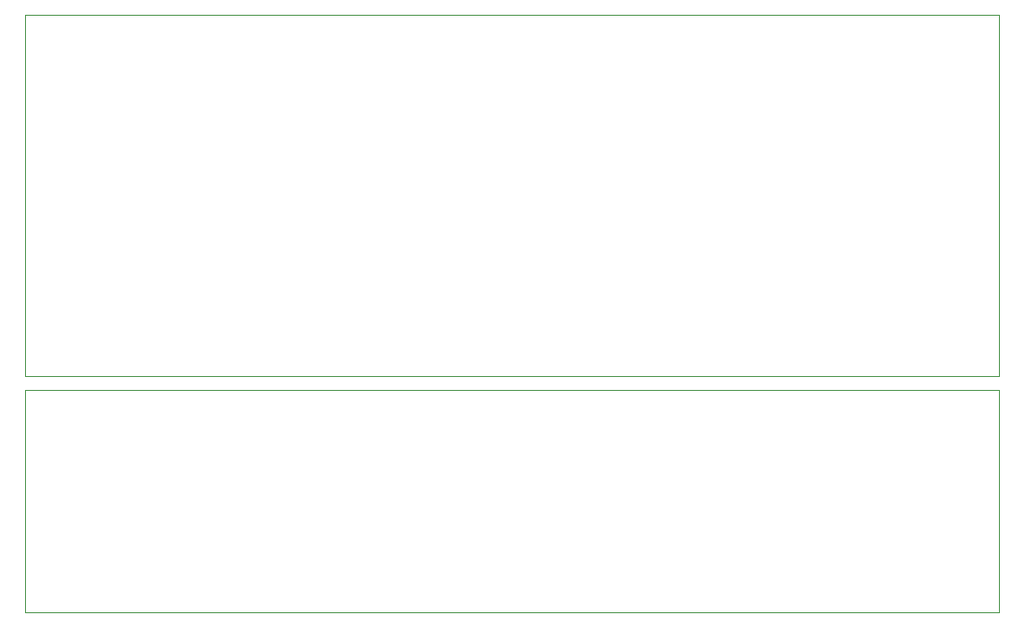
<source format=gbr>
G04 #@! TF.FileFunction,Profile,NP*
%FSLAX46Y46*%
G04 Gerber Fmt 4.6, Leading zero omitted, Abs format (unit mm)*
G04 Created by KiCad (PCBNEW 0.201506222247+5806~23~ubuntu14.04.1-product) date Sat 27 Jun 2015 18:01:35 CEST*
%MOMM*%
G01*
G04 APERTURE LIST*
%ADD10C,0.100000*%
G04 APERTURE END LIST*
D10*
X116840000Y-97790000D02*
X116840000Y-77470000D01*
X205740000Y-97790000D02*
X205740000Y-77470000D01*
X205740000Y-97790000D02*
X116840000Y-97790000D01*
X116840000Y-77470000D02*
X205740000Y-77470000D01*
X116840000Y-43180000D02*
X205740000Y-43180000D01*
X116840000Y-76200000D02*
X116840000Y-43180000D01*
X205740000Y-76200000D02*
X116840000Y-76200000D01*
X205740000Y-43180000D02*
X205740000Y-76200000D01*
X116840000Y-43180000D02*
X205740000Y-43180000D01*
M02*

</source>
